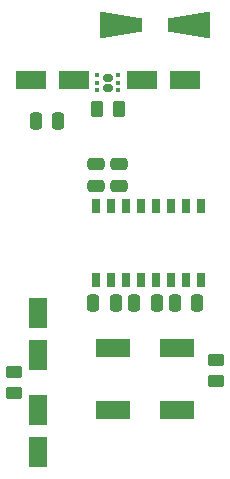
<source format=gbr>
%TF.GenerationSoftware,KiCad,Pcbnew,7.0.2-0*%
%TF.CreationDate,2024-01-15T07:51:27+01:00*%
%TF.ProjectId,dac,6461632e-6b69-4636-9164-5f7063625858,rev?*%
%TF.SameCoordinates,Original*%
%TF.FileFunction,Paste,Top*%
%TF.FilePolarity,Positive*%
%FSLAX46Y46*%
G04 Gerber Fmt 4.6, Leading zero omitted, Abs format (unit mm)*
G04 Created by KiCad (PCBNEW 7.0.2-0) date 2024-01-15 07:51:27*
%MOMM*%
%LPD*%
G01*
G04 APERTURE LIST*
G04 Aperture macros list*
%AMRoundRect*
0 Rectangle with rounded corners*
0 $1 Rounding radius*
0 $2 $3 $4 $5 $6 $7 $8 $9 X,Y pos of 4 corners*
0 Add a 4 corners polygon primitive as box body*
4,1,4,$2,$3,$4,$5,$6,$7,$8,$9,$2,$3,0*
0 Add four circle primitives for the rounded corners*
1,1,$1+$1,$2,$3*
1,1,$1+$1,$4,$5*
1,1,$1+$1,$6,$7*
1,1,$1+$1,$8,$9*
0 Add four rect primitives between the rounded corners*
20,1,$1+$1,$2,$3,$4,$5,0*
20,1,$1+$1,$4,$5,$6,$7,0*
20,1,$1+$1,$6,$7,$8,$9,0*
20,1,$1+$1,$8,$9,$2,$3,0*%
%AMOutline4P*
0 Free polygon, 4 corners , with rotation*
0 The origin of the aperture is its center*
0 number of corners: always 4*
0 $1 to $8 corner X, Y*
0 $9 Rotation angle, in degrees counterclockwise*
0 create outline with 4 corners*
4,1,4,$1,$2,$3,$4,$5,$6,$7,$8,$1,$2,$9*%
G04 Aperture macros list end*
%ADD10RoundRect,0.160000X-0.245000X-0.160000X0.245000X-0.160000X0.245000X0.160000X-0.245000X0.160000X0*%
%ADD11RoundRect,0.093750X-0.093750X-0.106250X0.093750X-0.106250X0.093750X0.106250X-0.093750X0.106250X0*%
%ADD12R,0.800000X1.300000*%
%ADD13RoundRect,0.250000X-0.450000X0.262500X-0.450000X-0.262500X0.450000X-0.262500X0.450000X0.262500X0*%
%ADD14RoundRect,0.250000X-0.250000X-0.475000X0.250000X-0.475000X0.250000X0.475000X-0.250000X0.475000X0*%
%ADD15RoundRect,0.250000X-1.050000X-0.550000X1.050000X-0.550000X1.050000X0.550000X-1.050000X0.550000X0*%
%ADD16RoundRect,0.250000X0.550000X-1.050000X0.550000X1.050000X-0.550000X1.050000X-0.550000X-1.050000X0*%
%ADD17RoundRect,0.250000X-0.550000X1.050000X-0.550000X-1.050000X0.550000X-1.050000X0.550000X1.050000X0*%
%ADD18RoundRect,0.250000X1.050000X0.550000X-1.050000X0.550000X-1.050000X-0.550000X1.050000X-0.550000X0*%
%ADD19RoundRect,0.250000X0.250000X0.475000X-0.250000X0.475000X-0.250000X-0.475000X0.250000X-0.475000X0*%
%ADD20Outline4P,-1.800000X-1.150000X1.800000X-0.550000X1.800000X0.550000X-1.800000X1.150000X0.000000*%
%ADD21Outline4P,-1.800000X-1.150000X1.800000X-0.550000X1.800000X0.550000X-1.800000X1.150000X180.000000*%
%ADD22RoundRect,0.250000X0.475000X-0.250000X0.475000X0.250000X-0.475000X0.250000X-0.475000X-0.250000X0*%
%ADD23R,3.000000X1.540000*%
%ADD24RoundRect,0.250000X-0.262500X-0.450000X0.262500X-0.450000X0.262500X0.450000X-0.262500X0.450000X0*%
G04 APERTURE END LIST*
D10*
%TO.C,U5*%
X53960000Y-68380000D03*
X53960000Y-69180000D03*
D11*
X53072500Y-68130000D03*
X53072500Y-68780000D03*
X53072500Y-69430000D03*
X54847500Y-69430000D03*
X54847500Y-68780000D03*
X54847500Y-68130000D03*
%TD*%
D12*
%TO.C,U2*%
X61876600Y-79217000D03*
X60596600Y-79217000D03*
X59336600Y-79217000D03*
X58066600Y-79217000D03*
X56786600Y-79217000D03*
X55516600Y-79217000D03*
X54256600Y-79217000D03*
X52976600Y-79217000D03*
X52976600Y-85517000D03*
X54256600Y-85517000D03*
X55516600Y-85517000D03*
X56786600Y-85517000D03*
X58066600Y-85517000D03*
X59336600Y-85517000D03*
X60596600Y-85517000D03*
X61876600Y-85517000D03*
%TD*%
D13*
%TO.C,R1*%
X63125000Y-92237500D03*
X63125000Y-94062500D03*
%TD*%
D14*
%TO.C,C4*%
X56176600Y-87442000D03*
X58076600Y-87442000D03*
%TD*%
D15*
%TO.C,C8*%
X56875000Y-68585000D03*
X60475000Y-68585000D03*
%TD*%
D16*
%TO.C,C3*%
X48040000Y-100060000D03*
X48040000Y-96460000D03*
%TD*%
D17*
%TO.C,C2*%
X48020000Y-88230000D03*
X48020000Y-91830000D03*
%TD*%
D18*
%TO.C,C9*%
X51050000Y-68585000D03*
X47450000Y-68585000D03*
%TD*%
D19*
%TO.C,C1*%
X61526600Y-87442000D03*
X59626600Y-87442000D03*
%TD*%
D20*
%TO.C,D1*%
X55050000Y-63885000D03*
D21*
X60850000Y-63885000D03*
%TD*%
D14*
%TO.C,C5*%
X52726600Y-87417000D03*
X54626600Y-87417000D03*
%TD*%
D22*
%TO.C,C6*%
X52926600Y-77517000D03*
X52926600Y-75617000D03*
%TD*%
%TO.C,C7*%
X54926600Y-77517000D03*
X54926600Y-75617000D03*
%TD*%
D19*
%TO.C,C10*%
X49750000Y-72010000D03*
X47850000Y-72010000D03*
%TD*%
D13*
%TO.C,R2*%
X45990000Y-93237500D03*
X45990000Y-95062500D03*
%TD*%
D23*
%TO.C,U1*%
X59800000Y-96460000D03*
X59800000Y-91240000D03*
X54400000Y-91240000D03*
X54400000Y-96460000D03*
%TD*%
D24*
%TO.C,R3*%
X53062500Y-71035000D03*
X54887500Y-71035000D03*
%TD*%
M02*

</source>
